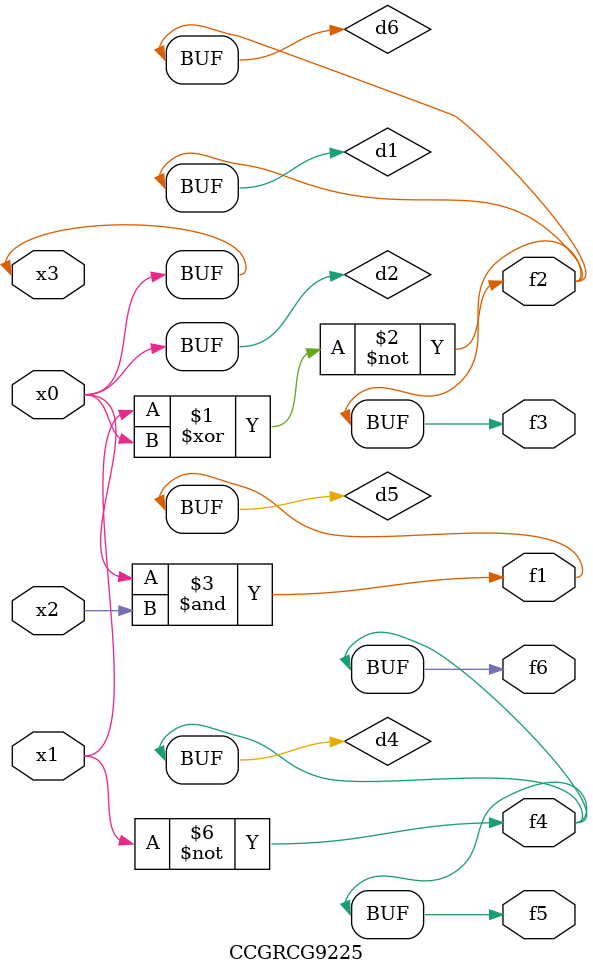
<source format=v>
module CCGRCG9225(
	input x0, x1, x2, x3,
	output f1, f2, f3, f4, f5, f6
);

	wire d1, d2, d3, d4, d5, d6;

	xnor (d1, x1, x3);
	buf (d2, x0, x3);
	nand (d3, x0, x2);
	not (d4, x1);
	nand (d5, d3);
	or (d6, d1);
	assign f1 = d5;
	assign f2 = d6;
	assign f3 = d6;
	assign f4 = d4;
	assign f5 = d4;
	assign f6 = d4;
endmodule

</source>
